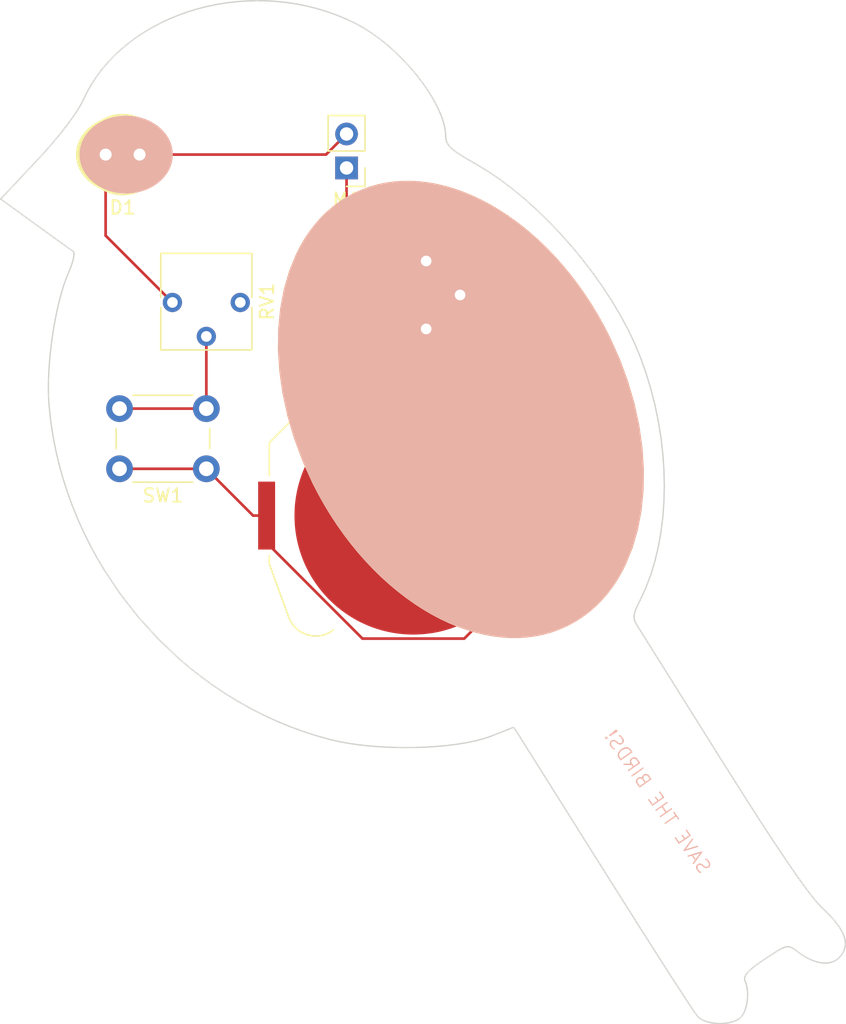
<source format=kicad_pcb>
(kicad_pcb (version 20241229) (generator "pcbnew") (generator_version "9.0")
  (layers (0 "F.Cu" signal) (2 "B.Cu" signal) (13 "F.Paste" user) (15 "B.Paste" user) (5 "F.SilkS" user "F.Silkscreen") (7 "B.SilkS" user "B.Silkscreen") (1 "F.Mask" user) (3 "B.Mask" user) (25 "Edge.Cuts" user))
  (net 0 "")
  (net 1 "Net-(BT1-+)")
  (net 2 "Net-(BT1--)")
  (net 3 "Net-(D1-K)")
  (net 4 "Net-(D1-A)")
  (net 5 "Net-(RV1-Pad2)")
  (footprint "Potentiometer_THT:Potentiometer_Vishay_T73YP_Vertical" (layer "F.Cu") (at 195.96 85.56 -90)
    (property "Reference" "RV1" (at -0.06 -7.09 90) (layer "F.SilkS"))
    (property "Value" "R_Potentiometer")
    (fp_line (start -3.67 0.87) (end -0.382 0.87) (stroke (width 0.12)) (layer "F.SilkS"))
    (fp_line (start 0.382 0.87) (end 3.55 0.87) (stroke (width 0.12)) (layer "F.SilkS"))
    (fp_line (start -3.67 -5.95) (end -3.67 0.87) (stroke (width 0.12)) (layer "F.SilkS"))
    (fp_line (start -3.67 -5.95) (end -0.382 -5.95) (stroke (width 0.12)) (layer "F.SilkS"))
    (fp_line (start 0.382 -5.95) (end 3.55 -5.95) (stroke (width 0.12)) (layer "F.SilkS"))
    (fp_line (start 3.55 -5.95) (end 3.55 0.87) (stroke (width 0.12)) (layer "F.SilkS"))
    (pad "1" thru_hole circle (at 0 0 270) (size 1.44 1.44) (drill 0.8) (layers "*.Cu" "*.Mask") (net 4 "Net-(D1-A)"))
    (pad "2" thru_hole circle (at 2.54 -2.54 270) (size 1.44 1.44) (drill 0.8) (layers "*.Cu" "*.Mask") (net 5 "Net-(RV1-Pad2)"))
    (pad "3" thru_hole circle (at 0 -5.08 270) (size 1.44 1.44) (drill 0.8) (layers "*.Cu" "*.Mask"))
  )
  (footprint "LED_THT:LED_D5.0mm" (layer "F.Cu") (at 193.5 74.5 180)
    (property "Reference" "D1" (at 1.27 -3.96 0) (layer "F.SilkS"))
    (property "Value" "LED")
    (fp_line (start -1.29 -1.545) (end -1.29 1.545) (stroke (width 0.12)) (layer "F.SilkS"))
    (fp_arc (start 4.26 0.000048) (mid 2.071756 2.880501) (end -1.29 1.54483) (stroke (width 0.12)) (layer "F.SilkS"))
    (fp_arc (start -1.29 -1.54483) (mid 2.071756 -2.880501) (end 4.26 -0.000048) (stroke (width 0.12)) (layer "F.SilkS"))
    (fp_circle (center 1.27 0) (end 3.77 0) (stroke (width 0.12)) (fill no) (layer "F.SilkS"))
    (pad "1" thru_hole rect (at 0 0 180) (size 1.8 1.8) (drill 0.9) (layers "*.Cu" "*.Mask") (net 3 "Net-(D1-K)"))
    (pad "2" thru_hole circle (at 2.54 0 180) (size 1.8 1.8) (drill 0.9) (layers "*.Cu" "*.Mask") (net 4 "Net-(D1-A)"))
  )
  (footprint "Connector_PinHeader_2.54mm:PinHeader_1x02_P2.54mm_Vertical" (layer "F.Cu") (at 209 75.5 180)
    (property "Reference" "M1" (at 0 -2.38 0) (layer "F.SilkS"))
    (property "Value" "Motor_DC")
    (fp_line (start 1.38 1.27) (end 1.38 3.92) (stroke (width 0.12)) (layer "F.SilkS"))
    (fp_line (start -1.38 3.92) (end 1.38 3.92) (stroke (width 0.12)) (layer "F.SilkS"))
    (fp_line (start -1.38 1.27) (end 1.38 1.27) (stroke (width 0.12)) (layer "F.SilkS"))
    (fp_line (start -1.38 1.27) (end -1.38 3.92) (stroke (width 0.12)) (layer "F.SilkS"))
    (fp_line (start -1.38 0) (end -1.38 -1.38) (stroke (width 0.12)) (layer "F.SilkS"))
    (fp_line (start -1.38 -1.38) (end 0 -1.38) (stroke (width 0.12)) (layer "F.SilkS"))
    (pad "1" thru_hole rect (at 0 0 180) (size 1.7 1.7) (drill 1) (layers "*.Cu" "*.Mask") (net 2 "Net-(BT1--)"))
    (pad "2" thru_hole circle (at 0 2.54 180) (size 1.7 1.7) (drill 1) (layers "*.Cu" "*.Mask") (net 3 "Net-(D1-K)"))
  )
  (footprint "Potentiometer_THT:Potentiometer_Vishay_T73YP_Vertical" (layer "F.Cu") (at 214.96 87.54)
    (property "Reference" "RV2" (at -0.06 -7.09 0) (layer "F.SilkS"))
    (property "Value" "R_Potentiometer")
    (fp_line (start -3.67 -5.95) (end -3.67 0.87) (stroke (width 0.12)) (layer "F.SilkS"))
    (fp_line (start -3.67 -5.95) (end -0.382 -5.95) (stroke (width 0.12)) (layer "F.SilkS"))
    (fp_line (start -3.67 0.87) (end -0.382 0.87) (stroke (width 0.12)) (layer "F.SilkS"))
    (fp_line (start 0.382 -5.95) (end 3.55 -5.95) (stroke (width 0.12)) (layer "F.SilkS"))
    (fp_line (start 0.382 0.87) (end 3.55 0.87) (stroke (width 0.12)) (layer "F.SilkS"))
    (fp_line (start 3.55 -5.95) (end 3.55 0.87) (stroke (width 0.12)) (layer "F.SilkS"))
    (pad "1" thru_hole circle (at 0 0) (size 1.44 1.44) (drill 0.8) (layers "*.Cu" "*.Mask") (net 2 "Net-(BT1--)"))
    (pad "2" thru_hole circle (at 2.54 -2.54) (size 1.44 1.44) (drill 0.8) (layers "*.Cu" "*.Mask"))
    (pad "3" thru_hole circle (at 0 -5.08) (size 1.44 1.44) (drill 0.8) (layers "*.Cu" "*.Mask"))
  )
  (footprint "Button_Switch_THT:SW_PUSH_6mm" (layer "F.Cu") (at 198.5 98 180)
    (property "Reference" "SW1" (at 3.25 -2 0) (layer "F.SilkS"))
    (property "Value" "SW_Push")
    (fp_line (start 6.75 3) (end 6.75 1.5) (stroke (width 0.12)) (layer "F.SilkS"))
    (fp_line (start 5.5 -1) (end 1 -1) (stroke (width 0.12)) (layer "F.SilkS"))
    (fp_line (start 1 5.5) (end 5.5 5.5) (stroke (width 0.12)) (layer "F.SilkS"))
    (fp_line (start -0.25 1.5) (end -0.25 3) (stroke (width 0.12)) (layer "F.SilkS"))
    (pad "1" thru_hole circle (at 0 0 270) (size 2 2) (drill 1.1) (layers "*.Cu" "*.Mask") (net 1 "Net-(BT1-+)"))
    (pad "1" thru_hole circle (at 6.5 0 270) (size 2 2) (drill 1.1) (layers "*.Cu" "*.Mask") (net 1 "Net-(BT1-+)"))
    (pad "2" thru_hole circle (at 0 4.5 270) (size 2 2) (drill 1.1) (layers "*.Cu" "*.Mask") (net 5 "Net-(RV1-Pad2)"))
    (pad "2" thru_hole circle (at 6.5 4.5 270) (size 2 2) (drill 1.1) (layers "*.Cu" "*.Mask") (net 5 "Net-(RV1-Pad2)"))
  )
  (footprint "Battery:BatteryHolder_Keystone_3034_1x20mm" (layer "F.Cu") (at 214 101.5)
    (property "Reference" "BT1" (at 0 -11.5 0) (layer "F.SilkS"))
    (property "Value" "Battery_Cell")
    (fp_line (start -10.78 -5.46) (end -10.78 -3) (stroke (width 0.12)) (layer "F.SilkS"))
    (fp_line (start -10.78 3) (end -10.78 3.63) (stroke (width 0.12)) (layer "F.SilkS"))
    (fp_line (start -10.78 3.63) (end -9.34 7.58) (stroke (width 0.12)) (layer "F.SilkS"))
    (fp_line (start -8.7 -7.54) (end -10.78 -5.46) (stroke (width 0.12)) (layer "F.SilkS"))
    (fp_line (start -5.2 -7.54) (end -8.7 -7.54) (stroke (width 0.12)) (layer "F.SilkS"))
    (fp_line (start 8.7 -7.54) (end 5.2 -7.54) (stroke (width 0.12)) (layer "F.SilkS"))
    (fp_line (start 8.7 -7.54) (end 10.78 -5.46) (stroke (width 0.12)) (layer "F.SilkS"))
    (fp_line (start 10.78 -5.46) (end 10.78 -3) (stroke (width 0.12)) (layer "F.SilkS"))
    (fp_line (start 10.78 3) (end 10.78 3.63) (stroke (width 0.12)) (layer "F.SilkS"))
    (fp_line (start 10.78 3.63) (end 9.34 7.58) (stroke (width 0.12)) (layer "F.SilkS"))
    (fp_arc (start -6.003354 8.56653) (mid -7.921654 8.918738) (end -9.34 7.58) (stroke (width 0.12)) (layer "F.SilkS"))
    (fp_arc (start 9.325243 7.588169) (mid 7.90634 8.911668) (end 6 8.55) (stroke (width 0.12)) (layer "F.SilkS"))
    (pad "1" smd rect (at -10.985 0) (size 1.27 5.08) (layers "F.Cu" "F.Mask" "F.Paste") (net 1 "Net-(BT1-+)"))
    (pad "1" smd rect (at 10.985 0) (size 1.27 5.08) (layers "F.Cu" "F.Mask" "F.Paste") (net 1 "Net-(BT1-+)"))
    (pad "2" smd circle (at 0 0) (size 17.8 17.8) (layers "F.Cu" "F.Mask") (net 2 "Net-(BT1--)"))
  )
  (gr_poly (pts (xy 214.5 76.5) (xy 215.15321 76.58011) (xy 215.809822 76.700024) (xy 216.468635 76.85907) (xy 217.128445 77.056578) (xy 217.78805 77.291876) (xy 218.446247 77.564295) (xy 219.101834 77.873162) (xy 219.753607 78.217807) (xy 220.400365 78.597559) (xy 221.040905 79.011747) (xy 221.674023 79.459701) (xy 222.298518 79.940749) (xy 222.913186 80.45422) (xy 223.516825 80.999444) (xy 224.108233 81.575749) (xy 224.686206 82.182465) (xy 225.249542 82.818921) (xy 225.797038 83.484445) (xy 226.327492 84.178367) (xy 226.839701 84.900017) (xy 227.332463 85.648722) (xy 227.804574 86.423813) (xy 228.254832 87.224618) (xy 228.682035 88.050466) (xy 229.444668 89.734013) (xy 230.072513 91.424795) (xy 230.567127 93.111908) (xy 230.930069 94.784443) (xy 231.162897 96.431496) (xy 231.267169 98.042159) (xy 231.244443 99.605527) (xy 231.096277 101.110692) (xy 230.824229 102.546749) (xy 230.429859 103.902791) (xy 229.914723 105.167912) (xy 229.612355 105.762969) (xy 229.28038 106.331205) (xy 228.918993 106.871259) (xy 228.528389 107.381765) (xy 228.108762 107.861361) (xy 227.660307 108.308684) (xy 227.183219 108.722371) (xy 226.677693 109.101057) (xy 226.143923 109.44338) (xy 225.582105 109.747977) (xy 224.999414 110.010447) (xy 224.403698 110.227746) (xy 223.796162 110.400546) (xy 223.178006 110.529516) (xy 222.550435 110.615329) (xy 221.91465 110.658655) (xy 221.271854 110.660164) (xy 220.62325 110.620528) (xy 219.97004 110.540418) (xy 219.313428 110.420505) (xy 218.654616 110.261458) (xy 217.994805 110.063951) (xy 217.3352 109.828652) (xy 216.677003 109.556234) (xy 216.021416 109.247367) (xy 215.369643 108.902722) (xy 214.722885 108.52297) (xy 214.082345 108.108781) (xy 213.449227 107.660828) (xy 212.824732 107.17978) (xy 212.210064 106.666309) (xy 211.606425 106.121085) (xy 211.015017 105.54478) (xy 210.437044 104.938063) (xy 209.873708 104.301608) (xy 209.326211 103.636083) (xy 208.795757 102.94216) (xy 208.283548 102.220511) (xy 207.790786 101.471805) (xy 207.318675 100.696714) (xy 206.868417 99.895909) (xy 206.441214 99.07006) (xy 205.67858 97.386514) (xy 205.050735 95.695732) (xy 204.556121 94.00862) (xy 204.193179 92.336085) (xy 203.960352 90.689032) (xy 203.85608 89.078369) (xy 203.878806 87.515002) (xy 204.026972 86.009837) (xy 204.29902 84.57378) (xy 204.693391 83.217738) (xy 205.208526 81.952616) (xy 205.510894 81.35756) (xy 205.842869 80.789323) (xy 206.204256 80.24927) (xy 206.59486 79.738763) (xy 207.014488 79.259167) (xy 207.462942 78.811844) (xy 207.94003 78.398157) (xy 208.445557 78.019471) (xy 208.979326 77.677147) (xy 209.541145 77.372551) (xy 210.123836 77.11008) (xy 210.719551 76.892781) (xy 211.327088 76.719982) (xy 211.945243 76.591011) (xy 212.572815 76.505198) (xy 213.2086 76.461873) (xy 213.851396 76.460364)) (fill yes) (layer "F.SilkS"))
  (gr_poly (pts (xy 192.409724 71.593371) (xy 192.587089 71.60461) (xy 192.761874 71.623119) (xy 192.933861 71.648713) (xy 193.102831 71.681212) (xy 193.268563 71.720431) (xy 193.430839 71.766187) (xy 193.589439 71.818299) (xy 193.744144 71.876583) (xy 193.894734 71.940856) (xy 194.040989 72.010935) (xy 194.182691 72.086637) (xy 194.319619 72.167781) (xy 194.451555 72.254182) (xy 194.578279 72.345657) (xy 194.699571 72.442025) (xy 194.815212 72.543102) (xy 194.924983 72.648705) (xy 195.028664 72.758652) (xy 195.126036 72.872759) (xy 195.21688 72.990844) (xy 195.300975 73.112723) (xy 195.378102 73.238215) (xy 195.448042 73.367135) (xy 195.510576 73.499302) (xy 195.565485 73.634532) (xy 195.612547 73.772642) (xy 195.651545 73.91345) (xy 195.682259 74.056773) (xy 195.704469 74.202427) (xy 195.717956 74.350231) (xy 195.7225 74.500001) (xy 195.717956 74.64977) (xy 195.704469 74.797574) (xy 195.682259 74.943228) (xy 195.651545 75.086551) (xy 195.612547 75.227359) (xy 195.565485 75.365469) (xy 195.510576 75.500699) (xy 195.448042 75.632866) (xy 195.378102 75.761787) (xy 195.300975 75.887278) (xy 195.21688 76.009157) (xy 195.126036 76.127242) (xy 195.028664 76.241349) (xy 194.924983 76.351296) (xy 194.815212 76.456899) (xy 194.699571 76.557976) (xy 194.578279 76.654344) (xy 194.451555 76.74582) (xy 194.319619 76.83222) (xy 194.182691 76.913364) (xy 194.040989 76.989066) (xy 193.894734 77.059146) (xy 193.744144 77.123418) (xy 193.589439 77.181702) (xy 193.430839 77.233814) (xy 193.268563 77.279571) (xy 193.102831 77.31879) (xy 192.933861 77.351288) (xy 192.761874 77.376883) (xy 192.587089 77.395391) (xy 192.409724 77.40663) (xy 192.230001 77.410417) (xy 192.050277 77.40663) (xy 191.872913 77.395391) (xy 191.698127 77.376883) (xy 191.52614 77.351288) (xy 191.357171 77.31879) (xy 191.191438 77.279571) (xy 191.029162 77.233814) (xy 190.870562 77.181702) (xy 190.715858 77.123418) (xy 190.565268 77.059146) (xy 190.419012 76.989066) (xy 190.277311 76.913364) (xy 190.140382 76.83222) (xy 190.008447 76.74582) (xy 189.881723 76.654344) (xy 189.76043 76.557976) (xy 189.644789 76.456899) (xy 189.535018 76.351296) (xy 189.431337 76.241349) (xy 189.333965 76.127242) (xy 189.243122 76.009157) (xy 189.159027 75.887278) (xy 189.081899 75.761787) (xy 189.011959 75.632866) (xy 188.949425 75.500699) (xy 188.894517 75.365469) (xy 188.847454 75.227359) (xy 188.808456 75.086551) (xy 188.777742 74.943228) (xy 188.755532 74.797574) (xy 188.742045 74.64977) (xy 188.737501 74.500001) (xy 188.742045 74.350231) (xy 188.755532 74.202427) (xy 188.777742 74.056773) (xy 188.808456 73.91345) (xy 188.847454 73.772642) (xy 188.894517 73.634532) (xy 188.949425 73.499302) (xy 189.011959 73.367135) (xy 189.081899 73.238215) (xy 189.159027 73.112723) (xy 189.243122 72.990844) (xy 189.333965 72.872759) (xy 189.431337 72.758652) (xy 189.535018 72.648705) (xy 189.644789 72.543102) (xy 189.76043 72.442025) (xy 189.881723 72.345657) (xy 190.008447 72.254182) (xy 190.140382 72.167781) (xy 190.277311 72.086637) (xy 190.419012 72.010935) (xy 190.565268 71.940856) (xy 190.715858 71.876583) (xy 190.870562 71.818299) (xy 191.029162 71.766187) (xy 191.191438 71.720431) (xy 191.357171 71.681212) (xy 191.52614 71.648713) (xy 191.698127 71.623119) (xy 191.872913 71.60461) (xy 192.050277 71.593371) (xy 192.230001 71.589584)) (fill yes) (layer "F.SilkS"))
  (gr_poly (pts (xy 214.5 76.5) (xy 215.15321 76.58011) (xy 215.809822 76.700024) (xy 216.468635 76.85907) (xy 217.128445 77.056578) (xy 217.78805 77.291876) (xy 218.446247 77.564295) (xy 219.101834 77.873162) (xy 219.753607 78.217807) (xy 220.400365 78.597559) (xy 221.040905 79.011747) (xy 221.674023 79.459701) (xy 222.298518 79.940749) (xy 222.913186 80.45422) (xy 223.516825 80.999444) (xy 224.108233 81.575749) (xy 224.686206 82.182465) (xy 225.249542 82.818921) (xy 225.797038 83.484445) (xy 226.327492 84.178367) (xy 226.839701 84.900017) (xy 227.332463 85.648722) (xy 227.804574 86.423813) (xy 228.254832 87.224618) (xy 228.682035 88.050466) (xy 229.444668 89.734013) (xy 230.072513 91.424795) (xy 230.567127 93.111908) (xy 230.930069 94.784443) (xy 231.162897 96.431496) (xy 231.267169 98.042159) (xy 231.244443 99.605527) (xy 231.096277 101.110692) (xy 230.824229 102.546749) (xy 230.429859 103.902791) (xy 229.914723 105.167912) (xy 229.612355 105.762969) (xy 229.28038 106.331205) (xy 228.918993 106.871259) (xy 228.528389 107.381765) (xy 228.108762 107.861361) (xy 227.660307 108.308684) (xy 227.183219 108.722371) (xy 226.677693 109.101057) (xy 226.143923 109.44338) (xy 225.582105 109.747977) (xy 224.999414 110.010447) (xy 224.403698 110.227746) (xy 223.796162 110.400546) (xy 223.178006 110.529516) (xy 222.550435 110.615329) (xy 221.91465 110.658655) (xy 221.271854 110.660164) (xy 220.62325 110.620528) (xy 219.97004 110.540418) (xy 219.313428 110.420505) (xy 218.654616 110.261458) (xy 217.994805 110.063951) (xy 217.3352 109.828652) (xy 216.677003 109.556234) (xy 216.021416 109.247367) (xy 215.369643 108.902722) (xy 214.722885 108.52297) (xy 214.082345 108.108781) (xy 213.449227 107.660828) (xy 212.824732 107.17978) (xy 212.210064 106.666309) (xy 211.606425 106.121085) (xy 211.015017 105.54478) (xy 210.437044 104.938063) (xy 209.873708 104.301608) (xy 209.326211 103.636083) (xy 208.795757 102.94216) (xy 208.283548 102.220511) (xy 207.790786 101.471805) (xy 207.318675 100.696714) (xy 206.868417 99.895909) (xy 206.441214 99.07006) (xy 205.67858 97.386514) (xy 205.050735 95.695732) (xy 204.556121 94.00862) (xy 204.193179 92.336085) (xy 203.960352 90.689032) (xy 203.85608 89.078369) (xy 203.878806 87.515002) (xy 204.026972 86.009837) (xy 204.29902 84.57378) (xy 204.693391 83.217738) (xy 205.208526 81.952616) (xy 205.510894 81.35756) (xy 205.842869 80.789323) (xy 206.204256 80.24927) (xy 206.59486 79.738763) (xy 207.014488 79.259167) (xy 207.462942 78.811844) (xy 207.94003 78.398157) (xy 208.445557 78.019471) (xy 208.979326 77.677147) (xy 209.541145 77.372551) (xy 210.123836 77.11008) (xy 210.719551 76.892781) (xy 211.327088 76.719982) (xy 211.945243 76.591011) (xy 212.572815 76.505198) (xy 213.2086 76.461873) (xy 213.851396 76.460364)) (fill yes) (layer "B.SilkS"))
  (gr_poly (pts (xy 192.679724 71.593371) (xy 192.857089 71.60461) (xy 193.031874 71.623119) (xy 193.203861 71.648713) (xy 193.372831 71.681212) (xy 193.538563 71.720431) (xy 193.700839 71.766187) (xy 193.859439 71.818299) (xy 194.014144 71.876583) (xy 194.164734 71.940856) (xy 194.310989 72.010935) (xy 194.452691 72.086637) (xy 194.589619 72.167781) (xy 194.721555 72.254182) (xy 194.848279 72.345657) (xy 194.969571 72.442025) (xy 195.085212 72.543102) (xy 195.194983 72.648705) (xy 195.298664 72.758652) (xy 195.396036 72.872759) (xy 195.48688 72.990844) (xy 195.570975 73.112723) (xy 195.648102 73.238215) (xy 195.718042 73.367135) (xy 195.780576 73.499302) (xy 195.835485 73.634532) (xy 195.882547 73.772642) (xy 195.921545 73.91345) (xy 195.952259 74.056773) (xy 195.974469 74.202427) (xy 195.987956 74.350231) (xy 195.9925 74.500001) (xy 195.987956 74.64977) (xy 195.974469 74.797574) (xy 195.952259 74.943228) (xy 195.921545 75.086551) (xy 195.882547 75.227359) (xy 195.835485 75.365469) (xy 195.780576 75.500699) (xy 195.718042 75.632866) (xy 195.648102 75.761787) (xy 195.570975 75.887278) (xy 195.48688 76.009157) (xy 195.396036 76.127242) (xy 195.298664 76.241349) (xy 195.194983 76.351296) (xy 195.085212 76.456899) (xy 194.969571 76.557976) (xy 194.848279 76.654344) (xy 194.721555 76.74582) (xy 194.589619 76.83222) (xy 194.452691 76.913364) (xy 194.310989 76.989066) (xy 194.164734 77.059146) (xy 194.014144 77.123418) (xy 193.859439 77.181702) (xy 193.700839 77.233814) (xy 193.538563 77.279571) (xy 193.372831 77.31879) (xy 193.203861 77.351288) (xy 193.031874 77.376883) (xy 192.857089 77.395391) (xy 192.679724 77.40663) (xy 192.500001 77.410417) (xy 192.320277 77.40663) (xy 192.142913 77.395391) (xy 191.968127 77.376883) (xy 191.79614 77.351288) (xy 191.627171 77.31879) (xy 191.461438 77.279571) (xy 191.299162 77.233814) (xy 191.140562 77.181702) (xy 190.985858 77.123418) (xy 190.835268 77.059146) (xy 190.689012 76.989066) (xy 190.547311 76.913364) (xy 190.410382 76.83222) (xy 190.278447 76.74582) (xy 190.151723 76.654344) (xy 190.03043 76.557976) (xy 189.914789 76.456899) (xy 189.805018 76.351296) (xy 189.701337 76.241349) (xy 189.603965 76.127242) (xy 189.513122 76.009157) (xy 189.429027 75.887278) (xy 189.351899 75.761787) (xy 189.281959 75.632866) (xy 189.219425 75.500699) (xy 189.164517 75.365469) (xy 189.117454 75.227359) (xy 189.078456 75.086551) (xy 189.047742 74.943228) (xy 189.025532 74.797574) (xy 189.012045 74.64977) (xy 189.007501 74.500001) (xy 189.012045 74.350231) (xy 189.025532 74.202427) (xy 189.047742 74.056773) (xy 189.078456 73.91345) (xy 189.117454 73.772642) (xy 189.164517 73.634532) (xy 189.219425 73.499302) (xy 189.281959 73.367135) (xy 189.351899 73.238215) (xy 189.429027 73.112723) (xy 189.513122 72.990844) (xy 189.603965 72.872759) (xy 189.701337 72.758652) (xy 189.805018 72.648705) (xy 189.914789 72.543102) (xy 190.03043 72.442025) (xy 190.151723 72.345657) (xy 190.278447 72.254182) (xy 190.410382 72.167781) (xy 190.547311 72.086637) (xy 190.689012 72.010935) (xy 190.835268 71.940856) (xy 190.985858 71.876583) (xy 191.140562 71.818299) (xy 191.299162 71.766187) (xy 191.461438 71.720431) (xy 191.627171 71.681212) (xy 191.79614 71.648713) (xy 191.968127 71.623119) (xy 192.142913 71.60461) (xy 192.320277 71.593371) (xy 192.500001 71.589584)) (fill yes) (layer "B.SilkS"))
  (gr_poly (pts (xy 203 63) (xy 203.760985 63.045624) (xy 204.521492 63.126004) (xy 205.279826 63.241616) (xy 206.034293 63.392936) (xy 206.783197 63.580443) (xy 207.524843 63.804611) (xy 208.257537 64.065919) (xy 208.979584 64.364843) (xy 209.689289 64.701859) (xy 210.309209 65.045027) (xy 210.926432 65.442362) (xy 211.535848 65.887477) (xy 212.13235 66.373989) (xy 212.710826 66.895511) (xy 213.266168 67.445659) (xy 213.793267 68.018047) (xy 214.287011 68.606291) (xy 214.742293 69.204006) (xy 215.154003 69.804806) (xy 215.517031 70.402306) (xy 215.826267 70.990121) (xy 216.076603 71.561866) (xy 216.178087 71.839717) (xy 216.262929 72.111156) (xy 216.330491 72.375385) (xy 216.380135 72.631606) (xy 216.411221 72.879021) (xy 216.423112 73.116831) (xy 216.424801 73.180144) (xy 216.428859 73.241666) (xy 216.435492 73.301588) (xy 216.444908 73.360101) (xy 216.457312 73.417396) (xy 216.472912 73.473665) (xy 216.491915 73.5291) (xy 216.514527 73.583891) (xy 216.540955 73.63823) (xy 216.571405 73.692308) (xy 216.606086 73.746317) (xy 216.645202 73.800449) (xy 216.688961 73.854893) (xy 216.73757 73.909842) (xy 216.791235 73.965487) (xy 216.850164 74.02202) (xy 216.914562 74.079632) (xy 216.984637 74.138513) (xy 217.060596 74.198856) (xy 217.142645 74.260853) (xy 217.23099 74.324693) (xy 217.325839 74.390568) (xy 217.535876 74.529192) (xy 217.774408 74.678255) (xy 218.043089 74.839286) (xy 218.343574 75.013818) (xy 218.677517 75.203382) (xy 219.601206 75.760259) (xy 220.528895 76.391713) (xy 221.455308 77.091569) (xy 222.375169 77.853652) (xy 223.283202 78.671788) (xy 224.174132 79.539801) (xy 225.042682 80.451516) (xy 225.883578 81.400759) (xy 226.691542 82.381356) (xy 227.4613 83.38713) (xy 228.187575 84.411908) (xy 228.865093 85.449515) (xy 229.488576 86.493775) (xy 230.052749 87.538514) (xy 230.552337 88.577557) (xy 230.982063 89.60473) (xy 231.406845 90.790109) (xy 231.774938 91.9929) (xy 232.086344 93.208066) (xy 232.341066 94.430568) (xy 232.539104 95.65537) (xy 232.68046 96.877432) (xy 232.765136 98.091718) (xy 232.793132 99.29319) (xy 232.76445 100.47681) (xy 232.679092 101.63754) (xy 232.53706 102.770343) (xy 232.338354 103.87018) (xy 232.082975 104.932014) (xy 231.770927 105.950807) (xy 231.402209 106.921521) (xy 230.976824 107.83912) (xy 230.879691 108.032037) (xy 230.794723 108.207089) (xy 230.721746 108.366028) (xy 230.660583 108.510607) (xy 230.61106 108.642577) (xy 230.573002 108.763691) (xy 230.546233 108.8757) (xy 230.530579 108.980357) (xy 230.526865 109.030475) (xy 230.525864 109.079413) (xy 230.527553 109.127388) (xy 230.531912 109.174621) (xy 230.54855 109.267732) (xy 230.575601 109.360499) (xy 230.61289 109.454673) (xy 230.660243 109.552007) (xy 230.717483 109.654253) (xy 230.784437 109.763162) (xy 237.19339 119.97674) (xy 239.82874 124.119166) (xy 240.964364 125.855191) (xy 241.969279 127.354035) (xy 242.836478 128.605404) (xy 243.558956 129.599006) (xy 244.129707 130.324549) (xy 244.541723 130.771741) (xy 244.859228 131.072737) (xy 245.145417 131.361543) (xy 245.400515 131.638728) (xy 245.624747 131.904863) (xy 245.818338 132.160519) (xy 245.981512 132.406267) (xy 246.114495 132.642676) (xy 246.169735 132.757558) (xy 246.217511 132.870318) (xy 246.257852 132.98103) (xy 246.290786 133.089763) (xy 246.316341 133.19659) (xy 246.334545 133.301582) (xy 246.345426 133.40481) (xy 246.349012 133.506345) (xy 246.345332 133.606259) (xy 246.334413 133.704622) (xy 246.316284 133.801508) (xy 246.290972 133.896985) (xy 246.258507 133.991127) (xy 246.218915 134.084004) (xy 246.172226 134.175688) (xy 246.118466 134.266249) (xy 246.057666 134.35576) (xy 245.989851 134.444292) (xy 245.927385 134.516572) (xy 245.86149 134.583451) (xy 245.792266 134.644941) (xy 245.719814 134.701052) (xy 245.644236 134.751792) (xy 245.565631 134.797172) (xy 245.484101 134.837202) (xy 245.399747 134.871893) (xy 245.31267 134.901253) (xy 245.222971 134.925293) (xy 245.13075 134.944023) (xy 245.036108 134.957452) (xy 244.939147 134.965592) (xy 244.839967 134.968451) (xy 244.738669 134.96604) (xy 244.635354 134.958369) (xy 244.530123 134.945447) (xy 244.423077 134.927285) (xy 244.314316 134.903892) (xy 244.203942 134.875279) (xy 244.092056 134.841455) (xy 243.978758 134.802431) (xy 243.86415 134.758217) (xy 243.748332 134.708821) (xy 243.631405 134.654255) (xy 243.51347 134.594529) (xy 243.394628 134.529651) (xy 243.27498 134.459633) (xy 243.154626 134.384484) (xy 243.033669 134.304215) (xy 242.912208 134.218834) (xy 242.790344 134.128352) (xy 242.654898 134.025887) (xy 242.533431 133.937978) (xy 242.476834 133.899724) (xy 242.422402 133.8654) (xy 242.369693 133.835103) (xy 242.318265 133.808931) (xy 242.267674 133.78698) (xy 242.217477 133.769346) (xy 242.167232 133.756129) (xy 242.116495 133.747423) (xy 242.064824 133.743327) (xy 242.011775 133.743937) (xy 241.956906 133.749351) (xy 241.899773 133.759665) (xy 241.839935 133.774977) (xy 241.776947 133.795383) (xy 241.710367 133.820981) (xy 241.639751 133.851867) (xy 241.564658 133.888139) (xy 241.484644 133.929894) (xy 241.399265 133.977229) (xy 241.30808 134.03024) (xy 241.106517 134.153682) (xy 240.876411 134.300995) (xy 240.614218 134.472956) (xy 240.316395 134.670342) (xy 240.090497 134.822352) (xy 239.884618 134.965253) (xy 239.698284 135.099568) (xy 239.531021 135.225821) (xy 239.382355 135.344535) (xy 239.251814 135.456233) (xy 239.138924 135.561438) (xy 239.043211 135.660674) (xy 238.964202 135.754463) (xy 238.901423 135.843328) (xy 238.854401 135.927793) (xy 238.822662 136.008381) (xy 238.812376 136.047385) (xy 238.805733 136.085615) (xy 238.802674 136.123138) (xy 238.80314 136.160018) (xy 238.807072 136.196321) (xy 238.81441 136.232113) (xy 238.83907 136.302423) (xy 238.903912 136.470298) (xy 238.954888 136.65138) (xy 238.992382 136.843049) (xy 239.01678 137.042684) (xy 239.028465 137.247663) (xy 239.027823 137.455366) (xy 239.015236 137.663171) (xy 238.991091 137.868458) (xy 238.95577 138.068605) (xy 238.90966 138.260992) (xy 238.853143 138.442997) (xy 238.786605 138.611999) (xy 238.71043 138.765377) (xy 238.625003 138.90051) (xy 238.578939 138.960416) (xy 238.530707 139.014777) (xy 238.480353 139.063267) (xy 238.427927 139.105557) (xy 238.350867 139.157908) (xy 238.268484 139.206364) (xy 238.181171 139.250945) (xy 238.089324 139.291671) (xy 237.893607 139.361637) (xy 237.684488 139.416421) (xy 237.465125 139.456182) (xy 237.238675 139.481078) (xy 237.008297 139.491268) (xy 236.777146 139.48691) (xy 236.548382 139.468163) (xy 236.32516 139.435186) (xy 236.110638 139.388137) (xy 235.907975 139.327175) (xy 235.720326 139.252458) (xy 235.633119 139.209992) (xy 235.550849 139.164146) (xy 235.473912 139.114941) (xy 235.402703 139.062396) (xy 235.337615 139.006532) (xy 235.279043 138.947368) (xy 235.279043 138.947361) (xy 235.051485 138.634862) (xy 234.595097 137.954989) (xy 233.105604 135.66372) (xy 231.030107 132.414741) (xy 228.588149 128.549241) (xy 221.958766 118.019014) (xy 221.516047 117.33129) (xy 219.839033 117.989165) (xy 219.311889 118.170952) (xy 218.716135 118.331692) (xy 218.060091 118.471193) (xy 217.352075 118.589265) (xy 216.600406 118.685717) (xy 215.813403 118.760356) (xy 214.999385 118.812993) (xy 214.166671 118.843436) (xy 213.32358 118.851494) (xy 212.47843 118.836976) (xy 211.639541 118.79969) (xy 210.815231 118.739446) (xy 210.01382 118.656053) (xy 209.243626 118.549318) (xy 208.512968 118.419052) (xy 207.830166 118.265063) (xy 206.777376 117.975042) (xy 205.740368 117.64202) (xy 204.720101 117.267133) (xy 203.717533 116.851514) (xy 202.733624 116.3963) (xy 201.769331 115.902624) (xy 200.825615 115.371621) (xy 199.903432 114.804426) (xy 199.003743 114.202174) (xy 198.127505 113.565998) (xy 197.275677 112.897035) (xy 196.449219 112.196418) (xy 194.876244 110.704762) (xy 193.41625 109.100109) (xy 192.076906 107.391537) (xy 190.865882 105.588121) (xy 190.310887 104.653684) (xy 189.790848 103.698941) (xy 189.306723 102.725026) (xy 188.859472 101.733073) (xy 188.450053 100.724218) (xy 188.079424 99.699596) (xy 187.748546 98.66034) (xy 187.458375 97.607585) (xy 187.209871 96.542467) (xy 187.003993 95.46612) (xy 186.8417 94.379679) (xy 186.723949 93.284278) (xy 186.687477 92.716948) (xy 186.672184 92.113576) (xy 186.677164 91.480361) (xy 186.701512 90.823501) (xy 186.744322 90.149194) (xy 186.804689 89.463638) (xy 186.881707 88.773031) (xy 186.974471 88.083571) (xy 187.082075 87.401457) (xy 187.203615 86.732887) (xy 187.338183 86.084058) (xy 187.484876 85.46117) (xy 187.642787 84.87042) (xy 187.811011 84.318006) (xy 187.988643 83.810127) (xy 188.174776 83.352981) (xy 188.237793 83.206361) (xy 188.29625 83.062002) (xy 188.349965 82.92073) (xy 188.398754 82.783371) (xy 188.442433 82.650751) (xy 188.480818 82.523697) (xy 188.513726 82.403035) (xy 188.540972 82.289592) (xy 188.562374 82.184194) (xy 188.577747 82.087667) (xy 188.586908 82.000838) (xy 188.589673 81.924534) (xy 188.585858 81.85958) (xy 188.57528 81.806803) (xy 188.557754 81.76703) (xy 188.546329 81.752278) (xy 188.533098 81.741087) (xy 188.223075 81.523019) (xy 187.581695 81.063689) (xy 185.679407 79.690401) (xy 183.099971 77.821551) (xy 185.825796 74.927897) (xy 186.420898 74.280677) (xy 186.986366 73.635381) (xy 187.513395 73.003485) (xy 187.993179 72.396467) (xy 188.416912 71.825806) (xy 188.775788 71.30298) (xy 188.928153 71.063092) (xy 189.061001 70.839466) (xy 189.173232 70.633538) (xy 189.263745 70.446743) (xy 189.567927 69.824561) (xy 189.910614 69.226171) (xy 190.29011 68.652048) (xy 190.704722 68.102671) (xy 191.152754 67.578514) (xy 191.632512 67.080056) (xy 192.142299 66.607772) (xy 192.680423 66.16214) (xy 193.245187 65.743637) (xy 193.834896 65.352738) (xy 194.447857 64.98992) (xy 195.082373 64.655661) (xy 195.73675 64.350437) (xy 196.409294 64.074725) (xy 197.098308 63.829001) (xy 197.802099 63.613743) (xy 198.518972 63.429426) (xy 199.24723 63.276528) (xy 199.985181 63.155525) (xy 200.731128 63.066894) (xy 201.483377 63.011112) (xy 202.240232 62.988655)) (fill no) (layer "Edge.Cuts"))
  (gr_text "SAVE THE BIRDS!" (at 235.5 128.5 305) (layer "B.SilkS") (effects (font (size 1 1) (thickness 0.1)) (justify left bottom mirror)))
  (segment (start 198.5 98) (end 202 101.5) (width 0.2) (layer "F.Cu") (net 1))
  (segment (start 202 101.5) (end 203.015 101.5) (width 0.2) (layer "F.Cu") (net 1))
  (segment (start 210.188821 110.701) (end 217.811179 110.701) (width 0.2) (layer "F.Cu") (net 1))
  (segment (start 224.985 103.527179) (end 224.985 101.5) (width 0.2) (layer "F.Cu") (net 1))
  (segment (start 203.015 101.5) (end 203.015 103.527179) (width 0.2) (layer "F.Cu") (net 1))
  (segment (start 217.811179 110.701) (end 224.985 103.527179) (width 0.2) (layer "F.Cu") (net 1))
  (segment (start 198.5 98) (end 192 98) (width 0.2) (layer "F.Cu") (net 1))
  (segment (start 203.015 103.527179) (end 210.188821 110.701) (width 0.2) (layer "F.Cu") (net 1))
  (segment (start 214 101.5) (end 214 88.5) (width 0.2) (layer "F.Cu") (net 2))
  (segment (start 214.96 87.54) (end 209 81.58) (width 0.2) (layer "F.Cu") (net 2))
  (segment (start 214 88.5) (end 214.96 87.54) (width 0.2) (layer "F.Cu") (net 2))
  (segment (start 209 81.58) (end 209 75.5) (width 0.2) (layer "F.Cu") (net 2))
  (segment (start 193.5 74.5) (end 207.46 74.5) (width 0.2) (layer "F.Cu") (net 3))
  (segment (start 207.46 74.5) (end 209 72.96) (width 0.2) (layer "F.Cu") (net 3))
  (segment (start 190.96 74.5) (end 190.96 80.56) (width 0.2) (layer "F.Cu") (net 4))
  (segment (start 190.96 80.56) (end 195.96 85.56) (width 0.2) (layer "F.Cu") (net 4))
  (segment (start 198.5 93.5) (end 192 93.5) (width 0.2) (layer "F.Cu") (net 5))
  (segment (start 198.5 88.1) (end 198.5 93.5) (width 0.2) (layer "F.Cu") (net 5))
)
</source>
